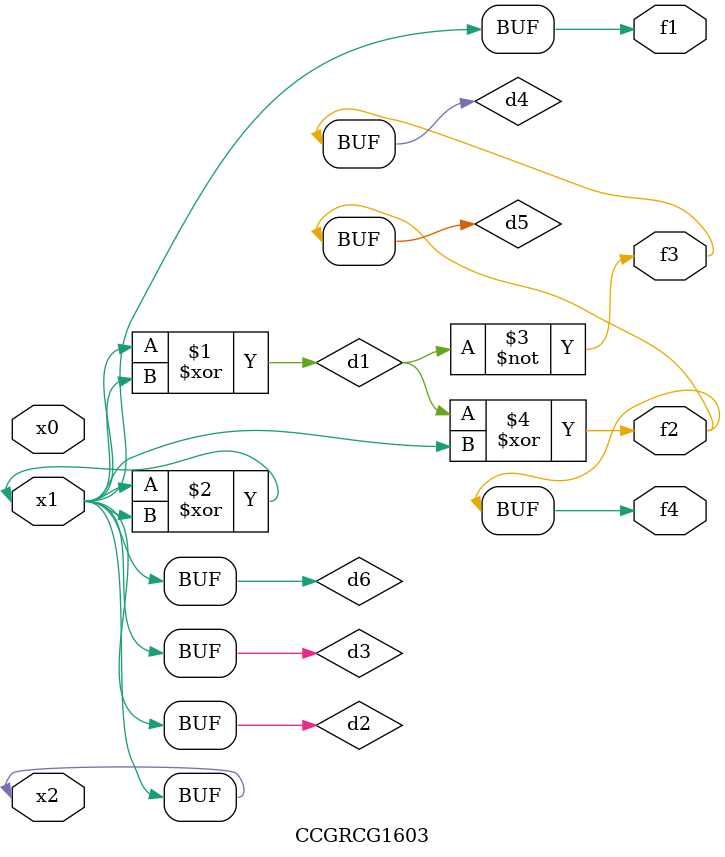
<source format=v>
module CCGRCG1603(
	input x0, x1, x2,
	output f1, f2, f3, f4
);

	wire d1, d2, d3, d4, d5, d6;

	xor (d1, x1, x2);
	buf (d2, x1, x2);
	xor (d3, x1, x2);
	nor (d4, d1);
	xor (d5, d1, d2);
	buf (d6, d2, d3);
	assign f1 = d6;
	assign f2 = d5;
	assign f3 = d4;
	assign f4 = d5;
endmodule

</source>
